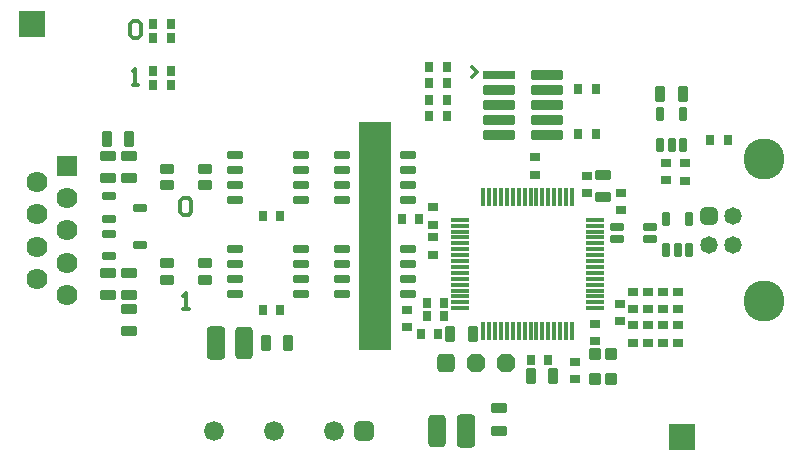
<source format=gts>
G04*
G04 #@! TF.GenerationSoftware,Altium Limited,Altium Designer,24.3.1 (35)*
G04*
G04 Layer_Color=8388736*
%FSLAX25Y25*%
%MOIN*%
G70*
G04*
G04 #@! TF.SameCoordinates,DD41D466-AE5E-4816-99C6-3666686ED4B2*
G04*
G04*
G04 #@! TF.FilePolarity,Negative*
G04*
G01*
G75*
%ADD28C,0.01181*%
%ADD29R,0.08661X0.08661*%
%ADD30R,0.10500X0.76000*%
G04:AMPARAMS|DCode=31|XSize=26.77mil|YSize=50.39mil|CornerRadius=5.12mil|HoleSize=0mil|Usage=FLASHONLY|Rotation=270.000|XOffset=0mil|YOffset=0mil|HoleType=Round|Shape=RoundedRectangle|*
%AMROUNDEDRECTD31*
21,1,0.02677,0.04016,0,0,270.0*
21,1,0.01654,0.05039,0,0,270.0*
1,1,0.01024,-0.02008,-0.00827*
1,1,0.01024,-0.02008,0.00827*
1,1,0.01024,0.02008,0.00827*
1,1,0.01024,0.02008,-0.00827*
%
%ADD31ROUNDEDRECTD31*%
G04:AMPARAMS|DCode=32|XSize=36.61mil|YSize=26.77mil|CornerRadius=3.94mil|HoleSize=0mil|Usage=FLASHONLY|Rotation=90.000|XOffset=0mil|YOffset=0mil|HoleType=Round|Shape=RoundedRectangle|*
%AMROUNDEDRECTD32*
21,1,0.03661,0.01890,0,0,90.0*
21,1,0.02874,0.02677,0,0,90.0*
1,1,0.00787,0.00945,0.01437*
1,1,0.00787,0.00945,-0.01437*
1,1,0.00787,-0.00945,-0.01437*
1,1,0.00787,-0.00945,0.01437*
%
%ADD32ROUNDEDRECTD32*%
%ADD33C,0.04252*%
G04:AMPARAMS|DCode=34|XSize=46.46mil|YSize=26.77mil|CornerRadius=5.12mil|HoleSize=0mil|Usage=FLASHONLY|Rotation=180.000|XOffset=0mil|YOffset=0mil|HoleType=Round|Shape=RoundedRectangle|*
%AMROUNDEDRECTD34*
21,1,0.04646,0.01654,0,0,180.0*
21,1,0.03622,0.02677,0,0,180.0*
1,1,0.01024,-0.01811,0.00827*
1,1,0.01024,0.01811,0.00827*
1,1,0.01024,0.01811,-0.00827*
1,1,0.01024,-0.01811,-0.00827*
%
%ADD34ROUNDEDRECTD34*%
G04:AMPARAMS|DCode=35|XSize=14.96mil|YSize=62.21mil|CornerRadius=4.53mil|HoleSize=0mil|Usage=FLASHONLY|Rotation=90.000|XOffset=0mil|YOffset=0mil|HoleType=Round|Shape=RoundedRectangle|*
%AMROUNDEDRECTD35*
21,1,0.01496,0.05315,0,0,90.0*
21,1,0.00591,0.06221,0,0,90.0*
1,1,0.00906,0.02657,0.00295*
1,1,0.00906,0.02657,-0.00295*
1,1,0.00906,-0.02657,-0.00295*
1,1,0.00906,-0.02657,0.00295*
%
%ADD35ROUNDEDRECTD35*%
G04:AMPARAMS|DCode=36|XSize=14.96mil|YSize=62.21mil|CornerRadius=4.53mil|HoleSize=0mil|Usage=FLASHONLY|Rotation=0.000|XOffset=0mil|YOffset=0mil|HoleType=Round|Shape=RoundedRectangle|*
%AMROUNDEDRECTD36*
21,1,0.01496,0.05315,0,0,0.0*
21,1,0.00591,0.06221,0,0,0.0*
1,1,0.00906,0.00295,-0.02657*
1,1,0.00906,-0.00295,-0.02657*
1,1,0.00906,-0.00295,0.02657*
1,1,0.00906,0.00295,0.02657*
%
%ADD36ROUNDEDRECTD36*%
%ADD37R,0.10945X0.03071*%
G04:AMPARAMS|DCode=38|XSize=30.71mil|YSize=109.45mil|CornerRadius=5.71mil|HoleSize=0mil|Usage=FLASHONLY|Rotation=270.000|XOffset=0mil|YOffset=0mil|HoleType=Round|Shape=RoundedRectangle|*
%AMROUNDEDRECTD38*
21,1,0.03071,0.09803,0,0,270.0*
21,1,0.01929,0.10945,0,0,270.0*
1,1,0.01142,-0.04902,-0.00965*
1,1,0.01142,-0.04902,0.00965*
1,1,0.01142,0.04902,0.00965*
1,1,0.01142,0.04902,-0.00965*
%
%ADD38ROUNDEDRECTD38*%
G04:AMPARAMS|DCode=39|XSize=26.77mil|YSize=46.46mil|CornerRadius=3.94mil|HoleSize=0mil|Usage=FLASHONLY|Rotation=180.000|XOffset=0mil|YOffset=0mil|HoleType=Round|Shape=RoundedRectangle|*
%AMROUNDEDRECTD39*
21,1,0.02677,0.03858,0,0,180.0*
21,1,0.01890,0.04646,0,0,180.0*
1,1,0.00787,-0.00945,0.01929*
1,1,0.00787,0.00945,0.01929*
1,1,0.00787,0.00945,-0.01929*
1,1,0.00787,-0.00945,-0.01929*
%
%ADD39ROUNDEDRECTD39*%
G04:AMPARAMS|DCode=40|XSize=36.61mil|YSize=26.77mil|CornerRadius=3.94mil|HoleSize=0mil|Usage=FLASHONLY|Rotation=180.000|XOffset=0mil|YOffset=0mil|HoleType=Round|Shape=RoundedRectangle|*
%AMROUNDEDRECTD40*
21,1,0.03661,0.01890,0,0,180.0*
21,1,0.02874,0.02677,0,0,180.0*
1,1,0.00787,-0.01437,0.00945*
1,1,0.00787,0.01437,0.00945*
1,1,0.00787,0.01437,-0.00945*
1,1,0.00787,-0.01437,-0.00945*
%
%ADD40ROUNDEDRECTD40*%
G04:AMPARAMS|DCode=41|XSize=52.36mil|YSize=30.71mil|CornerRadius=4.33mil|HoleSize=0mil|Usage=FLASHONLY|Rotation=180.000|XOffset=0mil|YOffset=0mil|HoleType=Round|Shape=RoundedRectangle|*
%AMROUNDEDRECTD41*
21,1,0.05236,0.02205,0,0,180.0*
21,1,0.04370,0.03071,0,0,180.0*
1,1,0.00866,-0.02185,0.01102*
1,1,0.00866,0.02185,0.01102*
1,1,0.00866,0.02185,-0.01102*
1,1,0.00866,-0.02185,-0.01102*
%
%ADD41ROUNDEDRECTD41*%
G04:AMPARAMS|DCode=42|XSize=46.46mil|YSize=34.65mil|CornerRadius=6.3mil|HoleSize=0mil|Usage=FLASHONLY|Rotation=0.000|XOffset=0mil|YOffset=0mil|HoleType=Round|Shape=RoundedRectangle|*
%AMROUNDEDRECTD42*
21,1,0.04646,0.02205,0,0,0.0*
21,1,0.03386,0.03465,0,0,0.0*
1,1,0.01260,0.01693,-0.01102*
1,1,0.01260,-0.01693,-0.01102*
1,1,0.01260,-0.01693,0.01102*
1,1,0.01260,0.01693,0.01102*
%
%ADD42ROUNDEDRECTD42*%
G04:AMPARAMS|DCode=43|XSize=63.12mil|YSize=110.36mil|CornerRadius=12.27mil|HoleSize=0mil|Usage=FLASHONLY|Rotation=180.000|XOffset=0mil|YOffset=0mil|HoleType=Round|Shape=RoundedRectangle|*
%AMROUNDEDRECTD43*
21,1,0.06312,0.08583,0,0,180.0*
21,1,0.03858,0.11036,0,0,180.0*
1,1,0.02454,-0.01929,0.04291*
1,1,0.02454,0.01929,0.04291*
1,1,0.02454,0.01929,-0.04291*
1,1,0.02454,-0.01929,-0.04291*
%
%ADD43ROUNDEDRECTD43*%
G04:AMPARAMS|DCode=44|XSize=58.27mil|YSize=105.51mil|CornerRadius=9.84mil|HoleSize=0mil|Usage=FLASHONLY|Rotation=180.000|XOffset=0mil|YOffset=0mil|HoleType=Round|Shape=RoundedRectangle|*
%AMROUNDEDRECTD44*
21,1,0.05827,0.08583,0,0,180.0*
21,1,0.03858,0.10551,0,0,180.0*
1,1,0.01968,-0.01929,0.04291*
1,1,0.01968,0.01929,0.04291*
1,1,0.01968,0.01929,-0.04291*
1,1,0.01968,-0.01929,-0.04291*
%
%ADD44ROUNDEDRECTD44*%
G04:AMPARAMS|DCode=45|XSize=42.52mil|YSize=38.58mil|CornerRadius=5.12mil|HoleSize=0mil|Usage=FLASHONLY|Rotation=180.000|XOffset=0mil|YOffset=0mil|HoleType=Round|Shape=RoundedRectangle|*
%AMROUNDEDRECTD45*
21,1,0.04252,0.02835,0,0,180.0*
21,1,0.03228,0.03858,0,0,180.0*
1,1,0.01024,-0.01614,0.01417*
1,1,0.01024,0.01614,0.01417*
1,1,0.01024,0.01614,-0.01417*
1,1,0.01024,-0.01614,-0.01417*
%
%ADD45ROUNDEDRECTD45*%
G04:AMPARAMS|DCode=46|XSize=26.77mil|YSize=46.46mil|CornerRadius=3.94mil|HoleSize=0mil|Usage=FLASHONLY|Rotation=90.000|XOffset=0mil|YOffset=0mil|HoleType=Round|Shape=RoundedRectangle|*
%AMROUNDEDRECTD46*
21,1,0.02677,0.03858,0,0,90.0*
21,1,0.01890,0.04646,0,0,90.0*
1,1,0.00787,0.01929,0.00945*
1,1,0.00787,0.01929,-0.00945*
1,1,0.00787,-0.01929,-0.00945*
1,1,0.00787,-0.01929,0.00945*
%
%ADD46ROUNDEDRECTD46*%
G04:AMPARAMS|DCode=47|XSize=34.65mil|YSize=28.74mil|CornerRadius=7.97mil|HoleSize=0mil|Usage=FLASHONLY|Rotation=90.000|XOffset=0mil|YOffset=0mil|HoleType=Round|Shape=RoundedRectangle|*
%AMROUNDEDRECTD47*
21,1,0.03465,0.01280,0,0,90.0*
21,1,0.01870,0.02874,0,0,90.0*
1,1,0.01595,0.00640,0.00935*
1,1,0.01595,0.00640,-0.00935*
1,1,0.01595,-0.00640,-0.00935*
1,1,0.01595,-0.00640,0.00935*
%
%ADD47ROUNDEDRECTD47*%
G04:AMPARAMS|DCode=48|XSize=34.65mil|YSize=28.74mil|CornerRadius=7.97mil|HoleSize=0mil|Usage=FLASHONLY|Rotation=180.000|XOffset=0mil|YOffset=0mil|HoleType=Round|Shape=RoundedRectangle|*
%AMROUNDEDRECTD48*
21,1,0.03465,0.01280,0,0,180.0*
21,1,0.01870,0.02874,0,0,180.0*
1,1,0.01595,-0.00935,0.00640*
1,1,0.01595,0.00935,0.00640*
1,1,0.01595,0.00935,-0.00640*
1,1,0.01595,-0.00935,-0.00640*
%
%ADD48ROUNDEDRECTD48*%
G04:AMPARAMS|DCode=49|XSize=52.36mil|YSize=30.71mil|CornerRadius=4.33mil|HoleSize=0mil|Usage=FLASHONLY|Rotation=270.000|XOffset=0mil|YOffset=0mil|HoleType=Round|Shape=RoundedRectangle|*
%AMROUNDEDRECTD49*
21,1,0.05236,0.02205,0,0,270.0*
21,1,0.04370,0.03071,0,0,270.0*
1,1,0.00866,-0.01102,-0.02185*
1,1,0.00866,-0.01102,0.02185*
1,1,0.00866,0.01102,0.02185*
1,1,0.00866,0.01102,-0.02185*
%
%ADD49ROUNDEDRECTD49*%
%ADD50C,0.00315*%
%ADD51C,0.07008*%
%ADD52R,0.07008X0.07008*%
G04:AMPARAMS|DCode=53|XSize=62.21mil|YSize=62.21mil|CornerRadius=16.34mil|HoleSize=0mil|Usage=FLASHONLY|Rotation=0.000|XOffset=0mil|YOffset=0mil|HoleType=Round|Shape=RoundedRectangle|*
%AMROUNDEDRECTD53*
21,1,0.06221,0.02953,0,0,0.0*
21,1,0.02953,0.06221,0,0,0.0*
1,1,0.03268,0.01476,-0.01476*
1,1,0.03268,-0.01476,-0.01476*
1,1,0.03268,-0.01476,0.01476*
1,1,0.03268,0.01476,0.01476*
%
%ADD53ROUNDEDRECTD53*%
G04:AMPARAMS|DCode=54|XSize=62.21mil|YSize=62.21mil|CornerRadius=0mil|HoleSize=0mil|Usage=FLASHONLY|Rotation=0.000|XOffset=0mil|YOffset=0mil|HoleType=Round|Shape=Octagon|*
%AMOCTAGOND54*
4,1,8,0.03110,-0.01555,0.03110,0.01555,0.01555,0.03110,-0.01555,0.03110,-0.03110,0.01555,-0.03110,-0.01555,-0.01555,-0.03110,0.01555,-0.03110,0.03110,-0.01555,0.0*
%
%ADD54OCTAGOND54*%

%ADD55C,0.13701*%
%ADD56C,0.05827*%
G04:AMPARAMS|DCode=57|XSize=58.27mil|YSize=58.27mil|CornerRadius=15.35mil|HoleSize=0mil|Usage=FLASHONLY|Rotation=90.000|XOffset=0mil|YOffset=0mil|HoleType=Round|Shape=RoundedRectangle|*
%AMROUNDEDRECTD57*
21,1,0.05827,0.02756,0,0,90.0*
21,1,0.02756,0.05827,0,0,90.0*
1,1,0.03071,0.01378,0.01378*
1,1,0.03071,0.01378,-0.01378*
1,1,0.03071,-0.01378,-0.01378*
1,1,0.03071,-0.01378,0.01378*
%
%ADD57ROUNDEDRECTD57*%
%ADD58C,0.06614*%
G04:AMPARAMS|DCode=59|XSize=66.14mil|YSize=66.14mil|CornerRadius=17.32mil|HoleSize=0mil|Usage=FLASHONLY|Rotation=0.000|XOffset=0mil|YOffset=0mil|HoleType=Round|Shape=RoundedRectangle|*
%AMROUNDEDRECTD59*
21,1,0.06614,0.03150,0,0,0.0*
21,1,0.03150,0.06614,0,0,0.0*
1,1,0.03465,0.01575,-0.01575*
1,1,0.03465,-0.01575,-0.01575*
1,1,0.03465,-0.01575,0.01575*
1,1,0.03465,0.01575,0.01575*
%
%ADD59ROUNDEDRECTD59*%
D28*
X49213Y125197D02*
X51049D01*
X50131D01*
Y130707D01*
X49213Y129788D01*
X48425Y145537D02*
X49343Y146455D01*
X51180D01*
X52099Y145537D01*
Y141863D01*
X51180Y140945D01*
X49343D01*
X48425Y141863D01*
Y145537D01*
X66142Y50394D02*
X67978D01*
X67060D01*
Y55904D01*
X66142Y54985D01*
X65158Y86481D02*
X66076Y87400D01*
X67913D01*
X68831Y86481D01*
Y82808D01*
X67913Y81890D01*
X66076D01*
X65158Y82808D01*
Y86481D01*
X162402Y127953D02*
X163976Y129527D01*
X162402Y131101D01*
D29*
X232283Y7874D02*
D03*
X15748Y145669D02*
D03*
D30*
X129921Y74803D02*
D03*
D31*
X83465Y70492D02*
D03*
Y65492D02*
D03*
Y60492D02*
D03*
Y55492D02*
D03*
X105512Y70492D02*
D03*
Y65492D02*
D03*
Y60492D02*
D03*
Y55492D02*
D03*
X83465Y101988D02*
D03*
Y96988D02*
D03*
Y91988D02*
D03*
Y86988D02*
D03*
X105512Y101988D02*
D03*
Y96988D02*
D03*
Y91988D02*
D03*
Y86988D02*
D03*
X118898Y70492D02*
D03*
Y65492D02*
D03*
Y60492D02*
D03*
Y55492D02*
D03*
X140945Y70492D02*
D03*
Y65492D02*
D03*
Y60492D02*
D03*
Y55492D02*
D03*
X118898Y101988D02*
D03*
Y96988D02*
D03*
Y91988D02*
D03*
Y86988D02*
D03*
X140945Y101988D02*
D03*
Y96988D02*
D03*
Y91988D02*
D03*
Y86988D02*
D03*
D32*
X241732Y106890D02*
D03*
X247638D02*
D03*
X197638Y108858D02*
D03*
X203543D02*
D03*
X197638Y123819D02*
D03*
X203543D02*
D03*
X153150Y52559D02*
D03*
X147244D02*
D03*
X153150Y48228D02*
D03*
X147244D02*
D03*
X148031Y114764D02*
D03*
X153937D02*
D03*
X148031Y120276D02*
D03*
X153937D02*
D03*
X148031Y125787D02*
D03*
X153937D02*
D03*
X148031Y131299D02*
D03*
X153937D02*
D03*
X62008Y125197D02*
D03*
X56102D02*
D03*
X62008Y129921D02*
D03*
X56102D02*
D03*
X62008Y140945D02*
D03*
X56102D02*
D03*
X62008Y145669D02*
D03*
X56102D02*
D03*
D33*
X232283Y7874D02*
D03*
X15748Y145669D02*
D03*
D34*
X210827Y77756D02*
D03*
X221850D02*
D03*
Y73819D02*
D03*
X210827D02*
D03*
D35*
X158465Y80315D02*
D03*
Y78347D02*
D03*
Y76378D02*
D03*
Y74409D02*
D03*
Y72441D02*
D03*
Y70472D02*
D03*
Y68504D02*
D03*
Y66535D02*
D03*
Y64567D02*
D03*
Y62598D02*
D03*
Y60630D02*
D03*
Y58661D02*
D03*
Y56693D02*
D03*
Y54724D02*
D03*
Y52756D02*
D03*
Y50787D02*
D03*
X203346D02*
D03*
Y52756D02*
D03*
Y54724D02*
D03*
Y56693D02*
D03*
Y58661D02*
D03*
Y60630D02*
D03*
Y62598D02*
D03*
Y64567D02*
D03*
Y66535D02*
D03*
Y68504D02*
D03*
Y70472D02*
D03*
Y72441D02*
D03*
Y74409D02*
D03*
Y76378D02*
D03*
Y78347D02*
D03*
Y80315D02*
D03*
D36*
X166142Y43110D02*
D03*
X168110D02*
D03*
X170079D02*
D03*
X172047D02*
D03*
X174016D02*
D03*
X175984D02*
D03*
X177953D02*
D03*
X179921D02*
D03*
X181890D02*
D03*
X183858D02*
D03*
X185827D02*
D03*
X187795D02*
D03*
X189764D02*
D03*
X191732D02*
D03*
X193701D02*
D03*
X195669D02*
D03*
Y87992D02*
D03*
X193701D02*
D03*
X191732D02*
D03*
X189764D02*
D03*
X187795D02*
D03*
X185827D02*
D03*
X183858D02*
D03*
X181890D02*
D03*
X179921D02*
D03*
X177953D02*
D03*
X175984D02*
D03*
X174016D02*
D03*
X172047D02*
D03*
X170079D02*
D03*
X168110D02*
D03*
X166142D02*
D03*
D37*
X171457Y128661D02*
D03*
D38*
X187205D02*
D03*
X171457Y123661D02*
D03*
X187205D02*
D03*
X171457Y118661D02*
D03*
Y113661D02*
D03*
Y108661D02*
D03*
X187205Y118661D02*
D03*
Y113661D02*
D03*
Y108661D02*
D03*
D39*
X225197Y115551D02*
D03*
X232677D02*
D03*
Y105315D02*
D03*
X228937D02*
D03*
X225197D02*
D03*
X227165Y80512D02*
D03*
X234646D02*
D03*
Y70276D02*
D03*
X230906D02*
D03*
X227165D02*
D03*
D40*
X149409Y68701D02*
D03*
Y74606D02*
D03*
X230906Y39370D02*
D03*
Y45276D02*
D03*
X226181Y39370D02*
D03*
Y45276D02*
D03*
X221063Y39370D02*
D03*
Y45276D02*
D03*
X215945Y39370D02*
D03*
Y45276D02*
D03*
X233268Y99213D02*
D03*
Y93307D02*
D03*
X149409Y84449D02*
D03*
Y78543D02*
D03*
X230906Y56299D02*
D03*
Y50394D02*
D03*
X226181Y56299D02*
D03*
Y50394D02*
D03*
X221063Y56299D02*
D03*
Y50394D02*
D03*
X215945Y56299D02*
D03*
Y50394D02*
D03*
D41*
X40937Y62551D02*
D03*
Y55071D02*
D03*
X47937Y62551D02*
D03*
Y55071D02*
D03*
X40937Y94071D02*
D03*
Y101551D02*
D03*
X47937Y94071D02*
D03*
Y101551D02*
D03*
Y50551D02*
D03*
Y43071D02*
D03*
X206102Y95276D02*
D03*
Y87795D02*
D03*
X171260Y10039D02*
D03*
Y17520D02*
D03*
D42*
X60630Y65748D02*
D03*
X73228D02*
D03*
Y60236D02*
D03*
X60630D02*
D03*
Y97244D02*
D03*
X73228D02*
D03*
Y91732D02*
D03*
X60630D02*
D03*
D43*
X160236Y9843D02*
D03*
X76968Y39370D02*
D03*
D44*
X150787Y9843D02*
D03*
X86417Y39370D02*
D03*
D45*
X203346Y27165D02*
D03*
X208858D02*
D03*
Y35433D02*
D03*
X203346D02*
D03*
D46*
X41319Y75551D02*
D03*
Y68071D02*
D03*
X51555Y71811D02*
D03*
X41319Y88051D02*
D03*
Y80571D02*
D03*
X51555Y84311D02*
D03*
D47*
X92618Y50197D02*
D03*
X98327D02*
D03*
X92618Y81693D02*
D03*
X98327D02*
D03*
X144653Y80614D02*
D03*
X138945D02*
D03*
X145445Y42114D02*
D03*
X151154D02*
D03*
X187697Y33661D02*
D03*
X181988D02*
D03*
D48*
X140748Y44390D02*
D03*
Y50098D02*
D03*
X200591Y89075D02*
D03*
Y94784D02*
D03*
X183268Y101083D02*
D03*
Y95374D02*
D03*
X212008Y89272D02*
D03*
Y83563D02*
D03*
X211614Y46555D02*
D03*
Y52264D02*
D03*
X226969Y93405D02*
D03*
Y99114D02*
D03*
X196653Y32972D02*
D03*
Y27264D02*
D03*
X203346Y45571D02*
D03*
Y39862D02*
D03*
D49*
X40551Y107283D02*
D03*
X48031D02*
D03*
X155059Y42114D02*
D03*
X162539D02*
D03*
X93701Y39370D02*
D03*
X101181D02*
D03*
X181890Y28150D02*
D03*
X189370D02*
D03*
X225197Y122244D02*
D03*
X232677D02*
D03*
D50*
X22500Y27559D02*
D03*
Y125984D02*
D03*
X255906Y15748D02*
D03*
Y137795D02*
D03*
D51*
X17500Y60590D02*
D03*
Y71378D02*
D03*
Y82165D02*
D03*
Y92953D02*
D03*
X27500Y55197D02*
D03*
Y65984D02*
D03*
Y76772D02*
D03*
Y87559D02*
D03*
D52*
Y98347D02*
D03*
D53*
X153583Y32480D02*
D03*
D54*
X163583D02*
D03*
X173583D02*
D03*
D55*
X259842Y53150D02*
D03*
Y100394D02*
D03*
D56*
X249213Y71850D02*
D03*
Y81693D02*
D03*
X241339Y71850D02*
D03*
D57*
Y81693D02*
D03*
D58*
X96457Y9843D02*
D03*
X76457D02*
D03*
X116457D02*
D03*
D59*
X126457Y9843D02*
D03*
M02*

</source>
